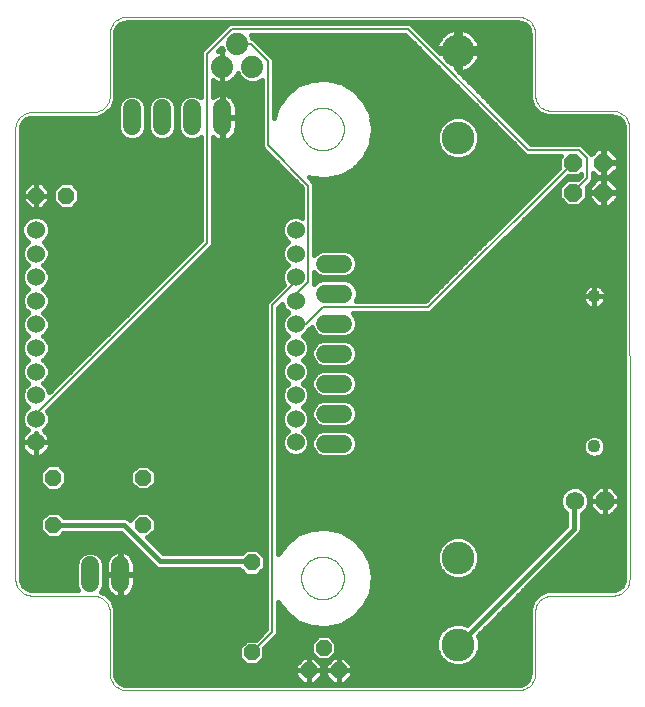
<source format=gbl>
G75*
%MOIN*%
%OFA0B0*%
%FSLAX24Y24*%
%IPPOS*%
%LPD*%
%AMOC8*
5,1,8,0,0,1.08239X$1,22.5*
%
%ADD10C,0.0000*%
%ADD11C,0.0740*%
%ADD12OC8,0.0520*%
%ADD13C,0.1095*%
%ADD14OC8,0.0620*%
%ADD15C,0.0620*%
%ADD16C,0.0600*%
%ADD17C,0.0436*%
%ADD18OC8,0.0600*%
%ADD19C,0.0600*%
%ADD20C,0.0160*%
%ADD21R,0.0356X0.0356*%
%ADD22C,0.0157*%
%ADD23C,0.0079*%
D10*
X003547Y002773D02*
X003545Y002819D01*
X003539Y002865D01*
X003530Y002910D01*
X003517Y002954D01*
X003500Y002997D01*
X003480Y003038D01*
X003456Y003078D01*
X003430Y003115D01*
X003400Y003150D01*
X003367Y003183D01*
X003332Y003213D01*
X003295Y003239D01*
X003255Y003263D01*
X003214Y003283D01*
X003171Y003300D01*
X003127Y003313D01*
X003082Y003322D01*
X003036Y003328D01*
X002990Y003330D01*
X000954Y003330D01*
X000954Y003329D02*
X000908Y003331D01*
X000862Y003337D01*
X000817Y003346D01*
X000773Y003359D01*
X000730Y003376D01*
X000689Y003396D01*
X000649Y003420D01*
X000612Y003446D01*
X000577Y003476D01*
X000544Y003509D01*
X000514Y003544D01*
X000488Y003581D01*
X000464Y003621D01*
X000444Y003662D01*
X000427Y003705D01*
X000414Y003749D01*
X000405Y003794D01*
X000399Y003840D01*
X000397Y003886D01*
X000397Y018907D01*
X000398Y018907D02*
X000400Y018952D01*
X000405Y018996D01*
X000415Y019040D01*
X000427Y019082D01*
X000443Y019124D01*
X000463Y019164D01*
X000486Y019202D01*
X000512Y019239D01*
X000541Y019273D01*
X000572Y019304D01*
X000606Y019333D01*
X000643Y019359D01*
X000681Y019382D01*
X000721Y019402D01*
X000763Y019418D01*
X000805Y019430D01*
X000849Y019440D01*
X000893Y019445D01*
X000938Y019447D01*
X000938Y019448D02*
X002973Y019448D01*
X002973Y019447D02*
X003018Y019449D01*
X003063Y019454D01*
X003107Y019463D01*
X003150Y019475D01*
X003193Y019491D01*
X003234Y019510D01*
X003273Y019532D01*
X003310Y019557D01*
X003346Y019585D01*
X003379Y019615D01*
X003409Y019648D01*
X003437Y019684D01*
X003462Y019721D01*
X003484Y019760D01*
X003503Y019801D01*
X003519Y019844D01*
X003531Y019887D01*
X003540Y019931D01*
X003545Y019976D01*
X003547Y020021D01*
X003547Y022064D01*
X003549Y022110D01*
X003555Y022156D01*
X003564Y022201D01*
X003577Y022245D01*
X003594Y022288D01*
X003614Y022329D01*
X003638Y022369D01*
X003664Y022406D01*
X003694Y022441D01*
X003727Y022474D01*
X003762Y022504D01*
X003799Y022530D01*
X003839Y022554D01*
X003880Y022574D01*
X003923Y022591D01*
X003967Y022604D01*
X004012Y022613D01*
X004058Y022619D01*
X004104Y022621D01*
X017164Y022621D01*
X017210Y022619D01*
X017256Y022613D01*
X017301Y022604D01*
X017345Y022591D01*
X017388Y022574D01*
X017429Y022554D01*
X017469Y022530D01*
X017506Y022504D01*
X017541Y022474D01*
X017574Y022441D01*
X017604Y022406D01*
X017630Y022369D01*
X017654Y022329D01*
X017674Y022288D01*
X017691Y022245D01*
X017704Y022201D01*
X017713Y022156D01*
X017719Y022110D01*
X017721Y022064D01*
X017720Y022064D02*
X017720Y020033D01*
X017722Y019988D01*
X017727Y019943D01*
X017737Y019899D01*
X017750Y019856D01*
X017766Y019814D01*
X017786Y019773D01*
X017809Y019734D01*
X017835Y019698D01*
X017864Y019663D01*
X017896Y019631D01*
X017931Y019602D01*
X017967Y019576D01*
X018006Y019553D01*
X018047Y019533D01*
X018089Y019517D01*
X018132Y019504D01*
X018176Y019494D01*
X018221Y019489D01*
X018266Y019487D01*
X020300Y019487D01*
X020299Y019487D02*
X020346Y019485D01*
X020392Y019479D01*
X020437Y019470D01*
X020482Y019456D01*
X020525Y019439D01*
X020567Y019419D01*
X020607Y019395D01*
X020645Y019368D01*
X020680Y019338D01*
X020713Y019305D01*
X020743Y019270D01*
X020770Y019232D01*
X020794Y019192D01*
X020815Y019150D01*
X020832Y019107D01*
X020845Y019062D01*
X020854Y019017D01*
X020860Y018970D01*
X020862Y018924D01*
X020870Y003888D01*
X020870Y003887D02*
X020868Y003841D01*
X020863Y003795D01*
X020853Y003750D01*
X020840Y003706D01*
X020823Y003663D01*
X020803Y003622D01*
X020780Y003582D01*
X020753Y003544D01*
X020723Y003509D01*
X020691Y003477D01*
X020656Y003447D01*
X020618Y003420D01*
X020578Y003396D01*
X020537Y003376D01*
X020494Y003359D01*
X020450Y003346D01*
X020405Y003337D01*
X020359Y003331D01*
X020313Y003329D01*
X020313Y003330D02*
X018277Y003330D01*
X018231Y003328D01*
X018185Y003322D01*
X018140Y003313D01*
X018096Y003300D01*
X018053Y003283D01*
X018012Y003263D01*
X017972Y003239D01*
X017935Y003213D01*
X017900Y003183D01*
X017867Y003150D01*
X017837Y003115D01*
X017811Y003078D01*
X017787Y003038D01*
X017767Y002997D01*
X017750Y002954D01*
X017737Y002910D01*
X017728Y002865D01*
X017722Y002819D01*
X017720Y002773D01*
X017720Y000737D01*
X017721Y000737D02*
X017719Y000691D01*
X017713Y000645D01*
X017704Y000600D01*
X017691Y000556D01*
X017674Y000513D01*
X017654Y000472D01*
X017630Y000432D01*
X017604Y000395D01*
X017574Y000360D01*
X017541Y000327D01*
X017506Y000297D01*
X017469Y000271D01*
X017429Y000247D01*
X017388Y000227D01*
X017345Y000210D01*
X017301Y000197D01*
X017256Y000188D01*
X017210Y000182D01*
X017164Y000180D01*
X004104Y000180D01*
X004058Y000182D01*
X004012Y000188D01*
X003967Y000197D01*
X003923Y000210D01*
X003880Y000227D01*
X003839Y000247D01*
X003799Y000271D01*
X003762Y000297D01*
X003727Y000327D01*
X003694Y000360D01*
X003664Y000395D01*
X003638Y000432D01*
X003614Y000472D01*
X003594Y000513D01*
X003577Y000556D01*
X003564Y000600D01*
X003555Y000645D01*
X003549Y000691D01*
X003547Y000737D01*
X003547Y002773D01*
X009925Y003920D02*
X009927Y003973D01*
X009933Y004026D01*
X009943Y004078D01*
X009956Y004129D01*
X009974Y004179D01*
X009995Y004228D01*
X010020Y004275D01*
X010048Y004319D01*
X010080Y004362D01*
X010114Y004402D01*
X010152Y004440D01*
X010192Y004474D01*
X010235Y004506D01*
X010280Y004534D01*
X010326Y004559D01*
X010375Y004580D01*
X010425Y004598D01*
X010476Y004611D01*
X010528Y004621D01*
X010581Y004627D01*
X010634Y004629D01*
X010687Y004627D01*
X010740Y004621D01*
X010792Y004611D01*
X010843Y004598D01*
X010893Y004580D01*
X010942Y004559D01*
X010989Y004534D01*
X011033Y004506D01*
X011076Y004474D01*
X011116Y004440D01*
X011154Y004402D01*
X011188Y004362D01*
X011220Y004319D01*
X011248Y004274D01*
X011273Y004228D01*
X011294Y004179D01*
X011312Y004129D01*
X011325Y004078D01*
X011335Y004026D01*
X011341Y003973D01*
X011343Y003920D01*
X011341Y003867D01*
X011335Y003814D01*
X011325Y003762D01*
X011312Y003711D01*
X011294Y003661D01*
X011273Y003612D01*
X011248Y003565D01*
X011220Y003521D01*
X011188Y003478D01*
X011154Y003438D01*
X011116Y003400D01*
X011076Y003366D01*
X011033Y003334D01*
X010988Y003306D01*
X010942Y003281D01*
X010893Y003260D01*
X010843Y003242D01*
X010792Y003229D01*
X010740Y003219D01*
X010687Y003213D01*
X010634Y003211D01*
X010581Y003213D01*
X010528Y003219D01*
X010476Y003229D01*
X010425Y003242D01*
X010375Y003260D01*
X010326Y003281D01*
X010279Y003306D01*
X010235Y003334D01*
X010192Y003366D01*
X010152Y003400D01*
X010114Y003438D01*
X010080Y003478D01*
X010048Y003521D01*
X010020Y003566D01*
X009995Y003612D01*
X009974Y003661D01*
X009956Y003711D01*
X009943Y003762D01*
X009933Y003814D01*
X009927Y003867D01*
X009925Y003920D01*
X009925Y018881D02*
X009927Y018934D01*
X009933Y018987D01*
X009943Y019039D01*
X009956Y019090D01*
X009974Y019140D01*
X009995Y019189D01*
X010020Y019236D01*
X010048Y019280D01*
X010080Y019323D01*
X010114Y019363D01*
X010152Y019401D01*
X010192Y019435D01*
X010235Y019467D01*
X010280Y019495D01*
X010326Y019520D01*
X010375Y019541D01*
X010425Y019559D01*
X010476Y019572D01*
X010528Y019582D01*
X010581Y019588D01*
X010634Y019590D01*
X010687Y019588D01*
X010740Y019582D01*
X010792Y019572D01*
X010843Y019559D01*
X010893Y019541D01*
X010942Y019520D01*
X010989Y019495D01*
X011033Y019467D01*
X011076Y019435D01*
X011116Y019401D01*
X011154Y019363D01*
X011188Y019323D01*
X011220Y019280D01*
X011248Y019235D01*
X011273Y019189D01*
X011294Y019140D01*
X011312Y019090D01*
X011325Y019039D01*
X011335Y018987D01*
X011341Y018934D01*
X011343Y018881D01*
X011341Y018828D01*
X011335Y018775D01*
X011325Y018723D01*
X011312Y018672D01*
X011294Y018622D01*
X011273Y018573D01*
X011248Y018526D01*
X011220Y018482D01*
X011188Y018439D01*
X011154Y018399D01*
X011116Y018361D01*
X011076Y018327D01*
X011033Y018295D01*
X010988Y018267D01*
X010942Y018242D01*
X010893Y018221D01*
X010843Y018203D01*
X010792Y018190D01*
X010740Y018180D01*
X010687Y018174D01*
X010634Y018172D01*
X010581Y018174D01*
X010528Y018180D01*
X010476Y018190D01*
X010425Y018203D01*
X010375Y018221D01*
X010326Y018242D01*
X010279Y018267D01*
X010235Y018295D01*
X010192Y018327D01*
X010152Y018361D01*
X010114Y018399D01*
X010080Y018439D01*
X010048Y018482D01*
X010020Y018527D01*
X009995Y018573D01*
X009974Y018622D01*
X009956Y018672D01*
X009943Y018723D01*
X009933Y018775D01*
X009927Y018828D01*
X009925Y018881D01*
D11*
X008301Y020960D03*
X007801Y021710D03*
X007301Y020960D03*
D12*
X002094Y016664D03*
X001094Y016664D03*
X001653Y007267D03*
X001653Y005692D03*
X004653Y005692D03*
X004653Y007267D03*
X008271Y004436D03*
X008271Y001436D03*
X010173Y000841D03*
X010673Y001591D03*
X011173Y000841D03*
D13*
X015149Y001701D03*
X015149Y004601D03*
X015149Y018601D03*
X015149Y021501D03*
D14*
X020039Y006487D03*
D15*
X019039Y006487D03*
D16*
X009736Y008436D03*
X009736Y009223D03*
X009736Y010011D03*
X009736Y010798D03*
X009736Y011586D03*
X009736Y012373D03*
X009736Y013160D03*
X009736Y013948D03*
X009736Y014735D03*
X009736Y015523D03*
X001075Y015523D03*
X001075Y014735D03*
X001075Y013948D03*
X001075Y013160D03*
X001075Y012373D03*
X001075Y011586D03*
X001075Y010798D03*
X001075Y010011D03*
X001075Y009223D03*
X001075Y008436D03*
D17*
X019689Y008310D03*
X019689Y013310D03*
D18*
X019992Y016767D03*
X019992Y017767D03*
X018992Y017767D03*
X018992Y016767D03*
D19*
X011327Y014400D02*
X010727Y014400D01*
X010727Y013400D02*
X011327Y013400D01*
X011327Y012400D02*
X010727Y012400D01*
X010727Y011400D02*
X011327Y011400D01*
X011327Y010400D02*
X010727Y010400D01*
X010727Y009400D02*
X011327Y009400D01*
X011327Y008400D02*
X010727Y008400D01*
X003890Y004338D02*
X003890Y003738D01*
X002890Y003738D02*
X002890Y004338D01*
X004291Y018974D02*
X004291Y019574D01*
X005291Y019574D02*
X005291Y018974D01*
X006291Y018974D02*
X006291Y019574D01*
X007291Y019574D02*
X007291Y018974D01*
D20*
X007271Y019042D02*
X007311Y019042D01*
X007311Y019200D02*
X007271Y019200D01*
X007271Y019254D02*
X007311Y019254D01*
X007311Y018494D01*
X007329Y018494D01*
X007404Y018506D01*
X007475Y018530D01*
X007543Y018564D01*
X007604Y018608D01*
X007657Y018662D01*
X007702Y018723D01*
X007736Y018790D01*
X007759Y018862D01*
X007771Y018937D01*
X007771Y019254D01*
X007311Y019254D01*
X007311Y019294D01*
X007771Y019294D01*
X007771Y019612D01*
X007759Y019687D01*
X007736Y019759D01*
X007702Y019826D01*
X007657Y019887D01*
X007604Y019941D01*
X007543Y019985D01*
X007475Y020019D01*
X007404Y020043D01*
X007329Y020054D01*
X007311Y020054D01*
X007311Y019294D01*
X007271Y019294D01*
X007271Y020054D01*
X007253Y020054D01*
X007179Y020043D01*
X007107Y020019D01*
X007040Y019985D01*
X006978Y019941D01*
X006975Y019938D01*
X006975Y020516D01*
X007013Y020489D01*
X007090Y020450D01*
X007172Y020423D01*
X007258Y020410D01*
X007301Y020410D01*
X007344Y020410D01*
X007430Y020423D01*
X007512Y020450D01*
X007589Y020489D01*
X007659Y020540D01*
X007721Y020601D01*
X007771Y020671D01*
X007811Y020748D01*
X007812Y020753D01*
X007851Y020659D01*
X008000Y020510D01*
X008195Y020429D01*
X008407Y020429D01*
X008602Y020510D01*
X008608Y020516D01*
X008608Y018274D01*
X008726Y018157D01*
X009964Y016919D01*
X009964Y015927D01*
X009828Y015983D01*
X009644Y015983D01*
X009475Y015913D01*
X009345Y015783D01*
X009275Y015614D01*
X009275Y015431D01*
X009345Y015262D01*
X009475Y015132D01*
X009483Y015129D01*
X009475Y015126D01*
X009345Y014996D01*
X009275Y014827D01*
X009275Y014643D01*
X009345Y014474D01*
X009475Y014345D01*
X009483Y014341D01*
X009475Y014338D01*
X009345Y014209D01*
X009275Y014039D01*
X009275Y013856D01*
X009345Y013687D01*
X009351Y013681D01*
X008885Y013216D01*
X008768Y013099D01*
X008768Y002216D01*
X008408Y001857D01*
X008097Y001857D01*
X007851Y001610D01*
X007851Y001262D01*
X008097Y001015D01*
X008446Y001015D01*
X008692Y001262D01*
X008692Y001575D01*
X009168Y002050D01*
X009168Y003121D01*
X009402Y002777D01*
X009402Y002777D01*
X009402Y002777D01*
X009794Y002465D01*
X010260Y002282D01*
X010759Y002245D01*
X011247Y002356D01*
X011247Y002356D01*
X011681Y002607D01*
X012022Y002974D01*
X012239Y003425D01*
X012314Y003920D01*
X012314Y003920D01*
X012239Y004415D01*
X012022Y004867D01*
X011681Y005234D01*
X011247Y005484D01*
X010759Y005595D01*
X010260Y005558D01*
X010260Y005558D01*
X009794Y005375D01*
X009794Y005375D01*
X009402Y005063D01*
X009402Y005063D01*
X009402Y005063D01*
X009168Y004719D01*
X009168Y012933D01*
X009284Y013049D01*
X009345Y012899D01*
X009475Y012770D01*
X009483Y012767D01*
X009475Y012763D01*
X009345Y012634D01*
X009275Y012465D01*
X009275Y012281D01*
X009345Y012112D01*
X009475Y011982D01*
X009483Y011979D01*
X009475Y011976D01*
X009345Y011846D01*
X009275Y011677D01*
X009275Y011494D01*
X009345Y011325D01*
X009475Y011195D01*
X009483Y011192D01*
X009475Y011189D01*
X009345Y011059D01*
X009275Y010890D01*
X009275Y010706D01*
X009345Y010537D01*
X009475Y010408D01*
X009483Y010404D01*
X009475Y010401D01*
X009345Y010272D01*
X009275Y010102D01*
X009275Y009919D01*
X009345Y009750D01*
X009475Y009620D01*
X009483Y009617D01*
X009475Y009614D01*
X009345Y009484D01*
X009275Y009315D01*
X009275Y009132D01*
X009345Y008962D01*
X009475Y008833D01*
X009483Y008830D01*
X009475Y008826D01*
X009345Y008697D01*
X009275Y008528D01*
X009275Y008344D01*
X009345Y008175D01*
X009475Y008045D01*
X009644Y007975D01*
X009828Y007975D01*
X009997Y008045D01*
X010127Y008175D01*
X010197Y008344D01*
X010197Y008528D01*
X010127Y008697D01*
X009997Y008826D01*
X009989Y008830D01*
X009997Y008833D01*
X010127Y008962D01*
X010197Y009132D01*
X010197Y009315D01*
X010127Y009484D01*
X009997Y009614D01*
X009989Y009617D01*
X009997Y009620D01*
X010127Y009750D01*
X010197Y009919D01*
X010197Y010102D01*
X010127Y010272D01*
X009997Y010401D01*
X009989Y010404D01*
X009997Y010408D01*
X010127Y010537D01*
X010197Y010706D01*
X010197Y010890D01*
X010127Y011059D01*
X009997Y011189D01*
X009989Y011192D01*
X009997Y011195D01*
X010127Y011325D01*
X010197Y011494D01*
X010197Y011677D01*
X010127Y011846D01*
X009997Y011976D01*
X009989Y011979D01*
X009997Y011982D01*
X010127Y012112D01*
X010154Y012178D01*
X010167Y012178D01*
X010276Y012287D01*
X010337Y012140D01*
X010466Y012010D01*
X010636Y011940D01*
X011419Y011940D01*
X011588Y012010D01*
X011718Y012140D01*
X011788Y012309D01*
X011788Y012492D01*
X011718Y012661D01*
X011644Y012736D01*
X014233Y012736D01*
X018803Y017306D01*
X019183Y017306D01*
X019252Y017375D01*
X019252Y017324D01*
X019155Y017227D01*
X018801Y017227D01*
X018531Y016957D01*
X018531Y016576D01*
X018801Y016306D01*
X019183Y016306D01*
X019453Y016576D01*
X019453Y016957D01*
X019452Y016958D01*
X019652Y017158D01*
X019652Y017428D01*
X019793Y017287D01*
X019972Y017287D01*
X019972Y017747D01*
X020012Y017747D01*
X020012Y017787D01*
X019972Y017787D01*
X019972Y018247D01*
X019793Y018247D01*
X019600Y018053D01*
X019534Y018119D01*
X019255Y018398D01*
X017581Y018398D01*
X015069Y020910D01*
X015069Y021421D01*
X014558Y021421D01*
X013555Y022424D01*
X007530Y022424D01*
X007412Y022307D01*
X006575Y021470D01*
X006575Y019942D01*
X006552Y019965D01*
X006383Y020035D01*
X006200Y020035D01*
X006030Y019965D01*
X005901Y019835D01*
X005830Y019666D01*
X005830Y018883D01*
X005752Y018883D01*
X005752Y019666D01*
X005682Y019835D01*
X005552Y019965D01*
X005383Y020035D01*
X005200Y020035D01*
X005030Y019965D01*
X004901Y019835D01*
X004830Y019666D01*
X004830Y018883D01*
X004752Y018883D01*
X004752Y019666D01*
X004682Y019835D01*
X004552Y019965D01*
X004383Y020035D01*
X004200Y020035D01*
X004030Y019965D01*
X003901Y019835D01*
X003830Y019666D01*
X003830Y018883D01*
X000577Y018883D01*
X000577Y018907D02*
X000584Y018978D01*
X000638Y019108D01*
X000738Y019207D01*
X000867Y019261D01*
X000938Y019268D01*
X003123Y019268D01*
X003400Y019382D01*
X003400Y019382D01*
X003489Y019471D01*
X003547Y019471D01*
X003547Y019529D01*
X003612Y019594D01*
X003612Y019594D01*
X003727Y019872D01*
X003727Y022064D01*
X003734Y022138D01*
X003791Y022273D01*
X003895Y022377D01*
X004030Y022434D01*
X004104Y022441D01*
X017164Y022441D01*
X017237Y022434D01*
X017373Y022377D01*
X017477Y022273D01*
X017533Y022138D01*
X017540Y022064D01*
X017540Y019888D01*
X017651Y019622D01*
X017720Y019552D01*
X017720Y019471D01*
X017801Y019471D01*
X017855Y019418D01*
X018122Y019307D01*
X020300Y019307D01*
X020374Y019300D01*
X020512Y019242D01*
X020618Y019137D01*
X020675Y018999D01*
X020682Y018924D01*
X020682Y018923D01*
X020682Y018850D01*
X020682Y018850D01*
X020690Y003962D01*
X020689Y003962D01*
X020690Y003887D01*
X020683Y003814D01*
X020626Y003677D01*
X020522Y003573D01*
X020386Y003517D01*
X020313Y003510D01*
X018131Y003510D01*
X017860Y003397D01*
X017792Y003330D01*
X017720Y003330D01*
X017720Y003258D01*
X017652Y003190D01*
X017540Y002919D01*
X017540Y000737D01*
X017533Y000663D01*
X017477Y000527D01*
X017373Y000423D01*
X017237Y000367D01*
X017164Y000360D01*
X004104Y000360D01*
X004030Y000367D01*
X003895Y000423D01*
X003791Y000527D01*
X003734Y000663D01*
X003727Y000737D01*
X003727Y002919D01*
X003615Y003190D01*
X003615Y003190D01*
X003547Y003258D01*
X003547Y003330D01*
X003475Y003330D01*
X003408Y003397D01*
X003408Y003397D01*
X003261Y003458D01*
X003280Y003477D01*
X003350Y003647D01*
X003350Y004430D01*
X003280Y004599D01*
X003151Y004729D01*
X002981Y004799D01*
X002798Y004799D01*
X002629Y004729D01*
X002499Y004599D01*
X002429Y004430D01*
X002429Y003647D01*
X002486Y003510D01*
X000954Y003510D01*
X000881Y003517D01*
X000745Y003573D01*
X000641Y003677D01*
X000585Y003813D01*
X000577Y003886D01*
X000577Y018907D01*
X000611Y019042D02*
X003830Y019042D01*
X003830Y019200D02*
X000731Y019200D01*
X000577Y018725D02*
X003896Y018725D01*
X003901Y018714D02*
X004030Y018584D01*
X004200Y018514D01*
X004383Y018514D01*
X004552Y018584D01*
X004682Y018714D01*
X004752Y018883D01*
X004830Y018883D02*
X004901Y018714D01*
X005030Y018584D01*
X005200Y018514D01*
X005383Y018514D01*
X005552Y018584D01*
X005682Y018714D01*
X005752Y018883D01*
X005830Y018883D02*
X005901Y018714D01*
X006030Y018584D01*
X006200Y018514D01*
X006383Y018514D01*
X006552Y018584D01*
X006575Y018607D01*
X006575Y015171D01*
X001527Y010123D01*
X001465Y010272D01*
X001336Y010401D01*
X001328Y010404D01*
X001336Y010408D01*
X001465Y010537D01*
X001535Y010706D01*
X001535Y010890D01*
X001465Y011059D01*
X001336Y011189D01*
X001328Y011192D01*
X001336Y011195D01*
X001465Y011325D01*
X001535Y011494D01*
X001535Y011677D01*
X001465Y011846D01*
X001336Y011976D01*
X001328Y011979D01*
X001336Y011982D01*
X001465Y012112D01*
X001535Y012281D01*
X001535Y012465D01*
X001465Y012634D01*
X001336Y012763D01*
X001328Y012767D01*
X001336Y012770D01*
X001465Y012899D01*
X001535Y013069D01*
X001535Y013252D01*
X001465Y013421D01*
X001336Y013551D01*
X001328Y013554D01*
X001336Y013557D01*
X001465Y013687D01*
X001535Y013856D01*
X001535Y014039D01*
X001465Y014209D01*
X001336Y014338D01*
X001328Y014341D01*
X001336Y014345D01*
X001465Y014474D01*
X001535Y014643D01*
X001535Y014827D01*
X001465Y014996D01*
X001345Y015117D01*
X001346Y015117D01*
X001480Y015252D01*
X001553Y015427D01*
X001553Y015618D01*
X001480Y015794D01*
X001346Y015928D01*
X001170Y016001D01*
X000979Y016001D01*
X000804Y015928D01*
X000669Y015794D01*
X000596Y015618D01*
X000596Y015427D01*
X000669Y015252D01*
X000804Y015117D01*
X000805Y015117D01*
X000684Y014996D01*
X000614Y014827D01*
X000614Y014643D01*
X000684Y014474D01*
X000814Y014345D01*
X000821Y014341D01*
X000814Y014338D01*
X000684Y014209D01*
X000614Y014039D01*
X000614Y013856D01*
X000684Y013687D01*
X000814Y013557D01*
X000821Y013554D01*
X000814Y013551D01*
X000684Y013421D01*
X000614Y013252D01*
X000614Y013069D01*
X000684Y012899D01*
X000814Y012770D01*
X000821Y012767D01*
X000814Y012763D01*
X000684Y012634D01*
X000614Y012465D01*
X000614Y012281D01*
X000684Y012112D01*
X000814Y011982D01*
X000821Y011979D01*
X000814Y011976D01*
X000684Y011846D01*
X000614Y011677D01*
X000614Y011494D01*
X000684Y011325D01*
X000814Y011195D01*
X000821Y011192D01*
X000814Y011189D01*
X000684Y011059D01*
X000614Y010890D01*
X000614Y010706D01*
X000684Y010537D01*
X000814Y010408D01*
X000821Y010404D01*
X000814Y010401D01*
X000684Y010272D01*
X000614Y010102D01*
X000614Y009919D01*
X000684Y009750D01*
X000814Y009620D01*
X000821Y009617D01*
X000814Y009614D01*
X000684Y009484D01*
X000614Y009315D01*
X000614Y009132D01*
X000684Y008962D01*
X000810Y008837D01*
X000762Y008802D01*
X000709Y008749D01*
X000664Y008687D01*
X000630Y008620D01*
X000606Y008548D01*
X000595Y008474D01*
X000595Y008436D01*
X001075Y008436D01*
X001555Y008436D01*
X001555Y008474D01*
X001543Y008548D01*
X001519Y008620D01*
X001485Y008687D01*
X001441Y008749D01*
X001387Y008802D01*
X001340Y008837D01*
X001465Y008962D01*
X001535Y009132D01*
X001535Y009315D01*
X001465Y009484D01*
X001460Y009490D01*
X006858Y014888D01*
X006975Y015006D01*
X006975Y018611D01*
X006978Y018608D01*
X007040Y018564D01*
X007107Y018530D01*
X007179Y018506D01*
X007253Y018494D01*
X007271Y018494D01*
X007271Y019254D01*
X007271Y019359D02*
X007311Y019359D01*
X007311Y019517D02*
X007271Y019517D01*
X007271Y019676D02*
X007311Y019676D01*
X007311Y019834D02*
X007271Y019834D01*
X007271Y019993D02*
X007311Y019993D01*
X007528Y019993D02*
X008608Y019993D01*
X008608Y020151D02*
X006975Y020151D01*
X006975Y019993D02*
X007054Y019993D01*
X006975Y020310D02*
X008608Y020310D01*
X008608Y020468D02*
X008501Y020468D01*
X008101Y020468D02*
X007548Y020468D01*
X007301Y020468D02*
X007301Y020468D01*
X007301Y020410D02*
X007301Y020960D01*
X007301Y021510D01*
X007258Y021510D01*
X007172Y021496D01*
X007165Y021494D01*
X007272Y021600D01*
X007309Y021510D01*
X007301Y021510D01*
X007301Y020960D01*
X007301Y020960D01*
X007301Y020960D01*
X007301Y020410D01*
X007301Y020627D02*
X007301Y020627D01*
X007301Y020785D02*
X007301Y020785D01*
X007301Y020944D02*
X007301Y020944D01*
X007301Y021102D02*
X007301Y021102D01*
X007301Y021261D02*
X007301Y021261D01*
X007301Y021419D02*
X007301Y021419D01*
X007281Y021578D02*
X007249Y021578D01*
X007000Y021895D02*
X003727Y021895D01*
X003727Y022053D02*
X007159Y022053D01*
X007317Y022212D02*
X003765Y022212D01*
X003887Y022370D02*
X007476Y022370D01*
X008237Y022024D02*
X013389Y022024D01*
X017298Y018115D01*
X017415Y017998D01*
X018571Y017998D01*
X018531Y017957D01*
X018531Y017600D01*
X014067Y013136D01*
X011736Y013136D01*
X011806Y013305D01*
X011806Y013496D01*
X011733Y013671D01*
X011598Y013806D01*
X011423Y013879D01*
X010632Y013879D01*
X010456Y013806D01*
X010364Y013713D01*
X010364Y014113D01*
X010466Y014010D01*
X010636Y013940D01*
X011419Y013940D01*
X011588Y014010D01*
X011718Y014140D01*
X011788Y014309D01*
X011788Y014492D01*
X011718Y014661D01*
X011588Y014791D01*
X011419Y014861D01*
X010636Y014861D01*
X010466Y014791D01*
X010364Y014688D01*
X010364Y017085D01*
X010171Y017278D01*
X010260Y017243D01*
X010759Y017205D01*
X011247Y017317D01*
X011247Y017317D01*
X011681Y017567D01*
X012022Y017934D01*
X012022Y017934D01*
X012239Y018386D01*
X012314Y018881D01*
X012239Y019376D01*
X012022Y019827D01*
X011681Y020194D01*
X011247Y020445D01*
X010759Y020556D01*
X010260Y020519D01*
X009794Y020336D01*
X009794Y020336D01*
X009402Y020023D01*
X009120Y019610D01*
X009120Y019610D01*
X009008Y019248D01*
X009008Y021230D01*
X008450Y021788D01*
X008333Y021906D01*
X008294Y021906D01*
X008251Y022010D01*
X008237Y022024D01*
X008344Y021895D02*
X013519Y021895D01*
X013677Y021736D02*
X008503Y021736D01*
X008661Y021578D02*
X013836Y021578D01*
X013994Y021419D02*
X008820Y021419D01*
X008978Y021261D02*
X014153Y021261D01*
X014311Y021102D02*
X009008Y021102D01*
X009008Y020944D02*
X014470Y020944D01*
X014628Y020785D02*
X009008Y020785D01*
X009008Y020627D02*
X014787Y020627D01*
X014945Y020468D02*
X011145Y020468D01*
X011247Y020445D02*
X011247Y020445D01*
X011481Y020310D02*
X015104Y020310D01*
X015262Y020151D02*
X011721Y020151D01*
X011681Y020194D02*
X011681Y020194D01*
X011868Y019993D02*
X015421Y019993D01*
X015579Y019834D02*
X012015Y019834D01*
X012022Y019827D02*
X012022Y019827D01*
X012095Y019676D02*
X015738Y019676D01*
X015896Y019517D02*
X012171Y019517D01*
X012239Y019376D02*
X012239Y019376D01*
X012242Y019359D02*
X016055Y019359D01*
X016213Y019200D02*
X015552Y019200D01*
X015551Y019202D02*
X015290Y019309D01*
X015009Y019309D01*
X014748Y019202D01*
X014549Y019002D01*
X014441Y018742D01*
X014441Y018460D01*
X014549Y018200D01*
X014748Y018001D01*
X015009Y017893D01*
X015290Y017893D01*
X015551Y018001D01*
X015750Y018200D01*
X015858Y018460D01*
X015858Y018742D01*
X015750Y019002D01*
X015551Y019202D01*
X015711Y019042D02*
X016372Y019042D01*
X016530Y018883D02*
X015799Y018883D01*
X015858Y018725D02*
X016689Y018725D01*
X016847Y018566D02*
X015858Y018566D01*
X015836Y018408D02*
X017006Y018408D01*
X017164Y018249D02*
X015770Y018249D01*
X015640Y018091D02*
X017323Y018091D01*
X017571Y018408D02*
X020683Y018408D01*
X020682Y018566D02*
X017413Y018566D01*
X017254Y018725D02*
X020682Y018725D01*
X020682Y018883D02*
X017096Y018883D01*
X016937Y019042D02*
X020657Y019042D01*
X020555Y019200D02*
X016779Y019200D01*
X016620Y019359D02*
X017997Y019359D01*
X017720Y019517D02*
X016462Y019517D01*
X016303Y019676D02*
X017629Y019676D01*
X017651Y019622D02*
X017651Y019622D01*
X017563Y019834D02*
X016145Y019834D01*
X015986Y019993D02*
X017540Y019993D01*
X017540Y020151D02*
X015828Y020151D01*
X015669Y020310D02*
X017540Y020310D01*
X017540Y020468D02*
X015511Y020468D01*
X015352Y020627D02*
X017540Y020627D01*
X017540Y020785D02*
X015283Y020785D01*
X015292Y020786D02*
X015384Y020811D01*
X015472Y020847D01*
X015554Y020895D01*
X015630Y020953D01*
X015698Y021021D01*
X015756Y021096D01*
X015803Y021179D01*
X015840Y021267D01*
X015864Y021359D01*
X015873Y021421D01*
X015229Y021421D01*
X015229Y020778D01*
X015292Y020786D01*
X015229Y020785D02*
X015194Y020785D01*
X015229Y020944D02*
X015069Y020944D01*
X015069Y021102D02*
X015229Y021102D01*
X015229Y021261D02*
X015069Y021261D01*
X015069Y021419D02*
X015229Y021419D01*
X015229Y021421D02*
X015069Y021421D01*
X015069Y021581D01*
X014426Y021581D01*
X014434Y021643D01*
X014459Y021736D01*
X014243Y021736D01*
X014459Y021736D02*
X014496Y021824D01*
X014543Y021906D01*
X014601Y021982D01*
X014669Y022049D01*
X014744Y022107D01*
X014827Y022155D01*
X014915Y022192D01*
X015007Y022216D01*
X015069Y022225D01*
X015069Y021581D01*
X015229Y021581D01*
X015229Y022225D01*
X015292Y022216D01*
X015384Y022192D01*
X015472Y022155D01*
X015554Y022107D01*
X015630Y022049D01*
X015698Y021982D01*
X015756Y021906D01*
X015803Y021824D01*
X015840Y021736D01*
X017540Y021736D01*
X017540Y021578D02*
X015229Y021578D01*
X015229Y021581D02*
X015873Y021581D01*
X015864Y021643D01*
X015840Y021736D01*
X015762Y021895D02*
X017540Y021895D01*
X017540Y022053D02*
X015625Y022053D01*
X015309Y022212D02*
X017502Y022212D01*
X017380Y022370D02*
X013609Y022370D01*
X013767Y022212D02*
X014989Y022212D01*
X015069Y022212D02*
X015229Y022212D01*
X015229Y022053D02*
X015069Y022053D01*
X015069Y021895D02*
X015229Y021895D01*
X015229Y021736D02*
X015069Y021736D01*
X015069Y021578D02*
X014401Y021578D01*
X014536Y021895D02*
X014084Y021895D01*
X013926Y022053D02*
X014673Y022053D01*
X015229Y021581D02*
X015229Y021421D01*
X015618Y020944D02*
X017540Y020944D01*
X017540Y021102D02*
X015759Y021102D01*
X015837Y021261D02*
X017540Y021261D01*
X017540Y021419D02*
X015872Y021419D01*
X014747Y019200D02*
X012266Y019200D01*
X012289Y019042D02*
X014588Y019042D01*
X014500Y018883D02*
X012313Y018883D01*
X012290Y018725D02*
X014441Y018725D01*
X014441Y018566D02*
X012266Y018566D01*
X012242Y018408D02*
X014463Y018408D01*
X014529Y018249D02*
X012173Y018249D01*
X012239Y018386D02*
X012239Y018386D01*
X012097Y018091D02*
X014659Y018091D01*
X014914Y017932D02*
X012020Y017932D01*
X011872Y017774D02*
X018531Y017774D01*
X018531Y017932D02*
X015384Y017932D01*
X017120Y016189D02*
X010364Y016189D01*
X010364Y016347D02*
X017278Y016347D01*
X017437Y016506D02*
X010364Y016506D01*
X010364Y016664D02*
X017595Y016664D01*
X017754Y016823D02*
X010364Y016823D01*
X010364Y016981D02*
X017912Y016981D01*
X018071Y017140D02*
X010309Y017140D01*
X009902Y016981D02*
X006975Y016981D01*
X006975Y016823D02*
X009964Y016823D01*
X009964Y016664D02*
X006975Y016664D01*
X006975Y016506D02*
X009964Y016506D01*
X009964Y016347D02*
X006975Y016347D01*
X006975Y016189D02*
X009964Y016189D01*
X009964Y016030D02*
X006975Y016030D01*
X006975Y015872D02*
X009434Y015872D01*
X009316Y015713D02*
X006975Y015713D01*
X006975Y015555D02*
X009275Y015555D01*
X009290Y015396D02*
X006975Y015396D01*
X006975Y015238D02*
X009370Y015238D01*
X009428Y015079D02*
X006975Y015079D01*
X006890Y014921D02*
X009314Y014921D01*
X009275Y014762D02*
X006732Y014762D01*
X006573Y014604D02*
X009292Y014604D01*
X009375Y014445D02*
X006415Y014445D01*
X006256Y014287D02*
X009423Y014287D01*
X009312Y014128D02*
X006098Y014128D01*
X005939Y013970D02*
X009275Y013970D01*
X009294Y013811D02*
X005781Y013811D01*
X005622Y013653D02*
X009322Y013653D01*
X009163Y013494D02*
X005464Y013494D01*
X005305Y013336D02*
X009005Y013336D01*
X008846Y013177D02*
X005147Y013177D01*
X004988Y013019D02*
X008768Y013019D01*
X008768Y012860D02*
X004830Y012860D01*
X004671Y012702D02*
X008768Y012702D01*
X008768Y012543D02*
X004513Y012543D01*
X004354Y012385D02*
X008768Y012385D01*
X008768Y012226D02*
X004196Y012226D01*
X004037Y012068D02*
X008768Y012068D01*
X008768Y011909D02*
X003879Y011909D01*
X003720Y011751D02*
X008768Y011751D01*
X008768Y011592D02*
X003562Y011592D01*
X003403Y011434D02*
X008768Y011434D01*
X008768Y011275D02*
X003245Y011275D01*
X003086Y011117D02*
X008768Y011117D01*
X008768Y010958D02*
X002928Y010958D01*
X002769Y010800D02*
X008768Y010800D01*
X008768Y010641D02*
X002611Y010641D01*
X002452Y010483D02*
X008768Y010483D01*
X008768Y010324D02*
X002294Y010324D01*
X002135Y010166D02*
X008768Y010166D01*
X008768Y010007D02*
X001977Y010007D01*
X001818Y009849D02*
X008768Y009849D01*
X008768Y009690D02*
X001660Y009690D01*
X001501Y009532D02*
X008768Y009532D01*
X008768Y009373D02*
X001511Y009373D01*
X001535Y009215D02*
X008768Y009215D01*
X008768Y009056D02*
X001504Y009056D01*
X001400Y008898D02*
X008768Y008898D01*
X008768Y008739D02*
X001448Y008739D01*
X001532Y008581D02*
X008768Y008581D01*
X008768Y008422D02*
X001555Y008422D01*
X001555Y008436D02*
X001075Y008436D01*
X001075Y008436D01*
X001075Y008763D01*
X001075Y008763D01*
X001075Y008436D01*
X001075Y008436D01*
X001075Y007956D01*
X001112Y007956D01*
X001187Y007968D01*
X001259Y007991D01*
X001326Y008025D01*
X001387Y008070D01*
X001441Y008123D01*
X001485Y008184D01*
X001519Y008252D01*
X001543Y008324D01*
X001555Y008398D01*
X001555Y008436D01*
X001523Y008264D02*
X008768Y008264D01*
X008768Y008105D02*
X001423Y008105D01*
X001075Y008105D02*
X001075Y008105D01*
X001075Y007956D02*
X001075Y008436D01*
X001075Y008436D01*
X001075Y008436D01*
X000595Y008436D01*
X000595Y008398D01*
X000606Y008324D01*
X000630Y008252D01*
X000664Y008184D01*
X000709Y008123D01*
X000762Y008070D01*
X000823Y008025D01*
X000890Y007991D01*
X000962Y007968D01*
X001037Y007956D01*
X001075Y007956D01*
X000727Y008105D02*
X000577Y008105D01*
X000577Y007947D02*
X008768Y007947D01*
X008768Y007788D02*
X000577Y007788D01*
X000577Y007630D02*
X001396Y007630D01*
X001472Y007705D02*
X001215Y007448D01*
X001215Y007085D01*
X001472Y006828D01*
X001835Y006828D01*
X002092Y007085D01*
X002092Y007448D01*
X001835Y007705D01*
X001472Y007705D01*
X001238Y007471D02*
X000577Y007471D01*
X000577Y007313D02*
X001215Y007313D01*
X001215Y007154D02*
X000577Y007154D01*
X000577Y006996D02*
X001304Y006996D01*
X001463Y006837D02*
X000577Y006837D01*
X000577Y006679D02*
X008768Y006679D01*
X008768Y006837D02*
X001844Y006837D01*
X002002Y006996D02*
X004330Y006996D01*
X004233Y007092D02*
X004479Y006846D01*
X004828Y006846D01*
X005074Y007092D01*
X005074Y007441D01*
X004828Y007687D01*
X004479Y007687D01*
X004233Y007441D01*
X004233Y007092D01*
X004233Y007154D02*
X002092Y007154D01*
X002092Y007313D02*
X004233Y007313D01*
X004263Y007471D02*
X002069Y007471D01*
X001910Y007630D02*
X004421Y007630D01*
X004885Y007630D02*
X008768Y007630D01*
X008768Y007471D02*
X005044Y007471D01*
X005074Y007313D02*
X008768Y007313D01*
X008768Y007154D02*
X005074Y007154D01*
X004977Y006996D02*
X008768Y006996D01*
X009168Y006996D02*
X020688Y006996D01*
X020688Y007154D02*
X009168Y007154D01*
X009168Y007313D02*
X020688Y007313D01*
X020688Y007471D02*
X009168Y007471D01*
X009168Y007630D02*
X020688Y007630D01*
X020688Y007788D02*
X009168Y007788D01*
X009168Y007947D02*
X010619Y007947D01*
X010636Y007940D02*
X010466Y008010D01*
X010337Y008140D01*
X010267Y008309D01*
X010267Y008492D01*
X010337Y008661D01*
X010466Y008791D01*
X010636Y008861D01*
X011419Y008861D01*
X011588Y008791D01*
X011718Y008661D01*
X011788Y008492D01*
X011788Y008309D01*
X011718Y008140D01*
X011588Y008010D01*
X011419Y007940D01*
X010636Y007940D01*
X010371Y008105D02*
X010057Y008105D01*
X010163Y008264D02*
X010285Y008264D01*
X010267Y008422D02*
X010197Y008422D01*
X010175Y008581D02*
X010303Y008581D01*
X010414Y008739D02*
X010084Y008739D01*
X010062Y008898D02*
X020687Y008898D01*
X020687Y009056D02*
X011634Y009056D01*
X011588Y009010D02*
X011718Y009140D01*
X011788Y009309D01*
X011788Y009492D01*
X011718Y009661D01*
X011588Y009791D01*
X011419Y009861D01*
X010636Y009861D01*
X010466Y009791D01*
X010337Y009661D01*
X010267Y009492D01*
X010267Y009309D01*
X010337Y009140D01*
X010466Y009010D01*
X010636Y008940D01*
X011419Y008940D01*
X011588Y009010D01*
X011749Y009215D02*
X020687Y009215D01*
X020687Y009373D02*
X011788Y009373D01*
X011772Y009532D02*
X020687Y009532D01*
X020687Y009690D02*
X011689Y009690D01*
X011450Y009849D02*
X020687Y009849D01*
X020687Y010007D02*
X011581Y010007D01*
X011588Y010010D02*
X011718Y010140D01*
X011788Y010309D01*
X011788Y010492D01*
X011718Y010661D01*
X011588Y010791D01*
X011419Y010861D01*
X010636Y010861D01*
X010466Y010791D01*
X010337Y010661D01*
X010267Y010492D01*
X010267Y010309D01*
X010337Y010140D01*
X010466Y010010D01*
X010636Y009940D01*
X011419Y009940D01*
X011588Y010010D01*
X011729Y010166D02*
X020687Y010166D01*
X020686Y010324D02*
X011788Y010324D01*
X011788Y010483D02*
X020686Y010483D01*
X020686Y010641D02*
X011726Y010641D01*
X011568Y010800D02*
X020686Y010800D01*
X020686Y010958D02*
X011463Y010958D01*
X011419Y010940D02*
X011588Y011010D01*
X011718Y011140D01*
X011788Y011309D01*
X011788Y011492D01*
X011718Y011661D01*
X011588Y011791D01*
X011419Y011861D01*
X010636Y011861D01*
X010466Y011791D01*
X010337Y011661D01*
X010267Y011492D01*
X010267Y011309D01*
X010337Y011140D01*
X010466Y011010D01*
X010636Y010940D01*
X011419Y010940D01*
X011695Y011117D02*
X020686Y011117D01*
X020686Y011275D02*
X011774Y011275D01*
X011788Y011434D02*
X020686Y011434D01*
X020686Y011592D02*
X011747Y011592D01*
X011629Y011751D02*
X020686Y011751D01*
X020686Y011909D02*
X010064Y011909D01*
X010082Y012068D02*
X010409Y012068D01*
X010301Y012226D02*
X010215Y012226D01*
X010166Y011751D02*
X010426Y011751D01*
X010308Y011592D02*
X010197Y011592D01*
X010172Y011434D02*
X010267Y011434D01*
X010281Y011275D02*
X010077Y011275D01*
X010069Y011117D02*
X010360Y011117D01*
X010168Y010958D02*
X010592Y010958D01*
X010487Y010800D02*
X010197Y010800D01*
X010170Y010641D02*
X010328Y010641D01*
X010267Y010483D02*
X010072Y010483D01*
X010074Y010324D02*
X010267Y010324D01*
X010326Y010166D02*
X010171Y010166D01*
X010197Y010007D02*
X010473Y010007D01*
X010605Y009849D02*
X010168Y009849D01*
X010067Y009690D02*
X010365Y009690D01*
X010283Y009532D02*
X010079Y009532D01*
X010173Y009373D02*
X010267Y009373D01*
X010306Y009215D02*
X010197Y009215D01*
X010165Y009056D02*
X010420Y009056D01*
X009410Y008898D02*
X009168Y008898D01*
X009168Y009056D02*
X009307Y009056D01*
X009275Y009215D02*
X009168Y009215D01*
X009168Y009373D02*
X009299Y009373D01*
X009393Y009532D02*
X009168Y009532D01*
X009168Y009690D02*
X009405Y009690D01*
X009305Y009849D02*
X009168Y009849D01*
X009168Y010007D02*
X009275Y010007D01*
X009302Y010166D02*
X009168Y010166D01*
X009168Y010324D02*
X009398Y010324D01*
X009400Y010483D02*
X009168Y010483D01*
X009168Y010641D02*
X009302Y010641D01*
X009275Y010800D02*
X009168Y010800D01*
X009168Y010958D02*
X009304Y010958D01*
X009403Y011117D02*
X009168Y011117D01*
X009168Y011275D02*
X009395Y011275D01*
X009300Y011434D02*
X009168Y011434D01*
X009168Y011592D02*
X009275Y011592D01*
X009306Y011751D02*
X009168Y011751D01*
X009168Y011909D02*
X009408Y011909D01*
X009390Y012068D02*
X009168Y012068D01*
X009168Y012226D02*
X009298Y012226D01*
X009275Y012385D02*
X009168Y012385D01*
X009168Y012543D02*
X009308Y012543D01*
X009413Y012702D02*
X009168Y012702D01*
X009168Y012860D02*
X009385Y012860D01*
X009296Y013019D02*
X009254Y013019D01*
X010364Y013811D02*
X010468Y013811D01*
X010564Y013970D02*
X010364Y013970D01*
X010364Y014762D02*
X010437Y014762D01*
X010364Y014921D02*
X015852Y014921D01*
X016010Y015079D02*
X010364Y015079D01*
X010364Y015238D02*
X016169Y015238D01*
X016327Y015396D02*
X010364Y015396D01*
X010364Y015555D02*
X016486Y015555D01*
X016644Y015713D02*
X010364Y015713D01*
X010364Y015872D02*
X016803Y015872D01*
X016961Y016030D02*
X010364Y016030D01*
X010759Y017205D02*
X010759Y017205D01*
X011165Y017298D02*
X018229Y017298D01*
X018388Y017457D02*
X011489Y017457D01*
X011681Y017567D02*
X011681Y017567D01*
X011725Y017615D02*
X018531Y017615D01*
X018795Y017298D02*
X019226Y017298D01*
X019475Y016981D02*
X019528Y016981D01*
X019512Y016965D02*
X019512Y016787D01*
X019972Y016787D01*
X019972Y017247D01*
X019793Y017247D01*
X019512Y016965D01*
X019512Y016823D02*
X019453Y016823D01*
X019512Y016747D02*
X019512Y016568D01*
X019793Y016287D01*
X019972Y016287D01*
X019972Y016747D01*
X019512Y016747D01*
X019512Y016664D02*
X019453Y016664D01*
X019382Y016506D02*
X019574Y016506D01*
X019733Y016347D02*
X019224Y016347D01*
X018760Y016347D02*
X017844Y016347D01*
X017685Y016189D02*
X020684Y016189D01*
X020684Y016347D02*
X020251Y016347D01*
X020191Y016287D02*
X020472Y016568D01*
X020472Y016747D01*
X020012Y016747D01*
X020012Y016787D01*
X019972Y016787D01*
X019972Y016747D01*
X020012Y016747D01*
X020012Y016287D01*
X020191Y016287D01*
X020012Y016347D02*
X019972Y016347D01*
X019972Y016506D02*
X020012Y016506D01*
X020012Y016664D02*
X019972Y016664D01*
X020012Y016787D02*
X020472Y016787D01*
X020472Y016965D01*
X020191Y017247D01*
X020012Y017247D01*
X020012Y016787D01*
X020012Y016823D02*
X019972Y016823D01*
X019972Y016981D02*
X020012Y016981D01*
X020012Y017140D02*
X019972Y017140D01*
X020012Y017287D02*
X020191Y017287D01*
X020472Y017568D01*
X020472Y017747D01*
X020012Y017747D01*
X020012Y017287D01*
X020012Y017298D02*
X019972Y017298D01*
X019972Y017457D02*
X020012Y017457D01*
X020012Y017615D02*
X019972Y017615D01*
X020012Y017774D02*
X020683Y017774D01*
X020683Y017932D02*
X020472Y017932D01*
X020472Y017965D02*
X020191Y018247D01*
X020012Y018247D01*
X020012Y017787D01*
X020472Y017787D01*
X020472Y017965D01*
X020347Y018091D02*
X020683Y018091D01*
X020683Y018249D02*
X019404Y018249D01*
X019563Y018091D02*
X019637Y018091D01*
X019972Y018091D02*
X020012Y018091D01*
X020012Y017932D02*
X019972Y017932D01*
X020472Y017615D02*
X020683Y017615D01*
X020683Y017457D02*
X020361Y017457D01*
X020202Y017298D02*
X020683Y017298D01*
X020683Y017140D02*
X020298Y017140D01*
X020456Y016981D02*
X020683Y016981D01*
X020683Y016823D02*
X020472Y016823D01*
X020472Y016664D02*
X020683Y016664D01*
X020683Y016506D02*
X020410Y016506D01*
X020684Y016030D02*
X017527Y016030D01*
X017368Y015872D02*
X020684Y015872D01*
X020684Y015713D02*
X017210Y015713D01*
X017051Y015555D02*
X020684Y015555D01*
X020684Y015396D02*
X016893Y015396D01*
X016734Y015238D02*
X020684Y015238D01*
X020684Y015079D02*
X016576Y015079D01*
X016417Y014921D02*
X020684Y014921D01*
X020684Y014762D02*
X016259Y014762D01*
X016100Y014604D02*
X020684Y014604D01*
X020684Y014445D02*
X015942Y014445D01*
X015783Y014287D02*
X020685Y014287D01*
X020685Y014128D02*
X015625Y014128D01*
X015466Y013970D02*
X020685Y013970D01*
X020685Y013811D02*
X015308Y013811D01*
X015149Y013653D02*
X019485Y013653D01*
X019500Y013663D02*
X019435Y013619D01*
X019380Y013564D01*
X019336Y013498D01*
X019306Y013426D01*
X019291Y013349D01*
X019291Y013310D01*
X019689Y013310D01*
X020087Y013310D01*
X020087Y013349D01*
X020072Y013426D01*
X020042Y013498D01*
X019998Y013564D01*
X019943Y013619D01*
X019877Y013663D01*
X019805Y013693D01*
X019728Y013708D01*
X019689Y013708D01*
X019689Y013310D01*
X019689Y013310D01*
X019689Y013310D01*
X020087Y013310D01*
X020087Y013271D01*
X020072Y013194D01*
X020042Y013121D01*
X019998Y013056D01*
X019943Y013001D01*
X019877Y012957D01*
X019805Y012927D01*
X019728Y012912D01*
X019689Y012912D01*
X019689Y013310D01*
X019689Y013310D01*
X019689Y013708D01*
X019650Y013708D01*
X019573Y013693D01*
X019500Y013663D01*
X019689Y013653D02*
X019689Y013653D01*
X019689Y013494D02*
X019689Y013494D01*
X019689Y013336D02*
X019689Y013336D01*
X019689Y013310D02*
X019689Y013310D01*
X019689Y012912D01*
X019650Y012912D01*
X019573Y012927D01*
X019500Y012957D01*
X019435Y013001D01*
X019380Y013056D01*
X019336Y013121D01*
X019306Y013194D01*
X019291Y013271D01*
X019291Y013310D01*
X019689Y013310D01*
X019689Y013177D02*
X019689Y013177D01*
X019689Y013019D02*
X019689Y013019D01*
X019960Y013019D02*
X020685Y013019D01*
X020685Y013177D02*
X020065Y013177D01*
X020087Y013336D02*
X020685Y013336D01*
X020685Y013494D02*
X020043Y013494D01*
X019893Y013653D02*
X020685Y013653D01*
X020685Y012860D02*
X014357Y012860D01*
X014515Y013019D02*
X019417Y013019D01*
X019313Y013177D02*
X014674Y013177D01*
X014832Y013336D02*
X019291Y013336D01*
X019334Y013494D02*
X014991Y013494D01*
X014742Y013811D02*
X011586Y013811D01*
X011491Y013970D02*
X014901Y013970D01*
X015059Y014128D02*
X011706Y014128D01*
X011779Y014287D02*
X015218Y014287D01*
X015376Y014445D02*
X011788Y014445D01*
X011742Y014604D02*
X015535Y014604D01*
X015693Y014762D02*
X011617Y014762D01*
X011741Y013653D02*
X014584Y013653D01*
X014425Y013494D02*
X011806Y013494D01*
X011806Y013336D02*
X014267Y013336D01*
X014108Y013177D02*
X011753Y013177D01*
X011678Y012702D02*
X020685Y012702D01*
X020685Y012543D02*
X011767Y012543D01*
X011788Y012385D02*
X020685Y012385D01*
X020686Y012226D02*
X011754Y012226D01*
X011646Y012068D02*
X020686Y012068D01*
X020687Y008739D02*
X011640Y008739D01*
X011751Y008581D02*
X019424Y008581D01*
X019474Y008631D02*
X019368Y008525D01*
X019310Y008385D01*
X019310Y008235D01*
X019368Y008095D01*
X019474Y007989D01*
X019613Y007931D01*
X019764Y007931D01*
X019903Y007989D01*
X020010Y008095D01*
X020068Y008235D01*
X020068Y008385D01*
X020010Y008525D01*
X019903Y008631D01*
X019764Y008689D01*
X019613Y008689D01*
X019474Y008631D01*
X019325Y008422D02*
X011788Y008422D01*
X011769Y008264D02*
X019310Y008264D01*
X019364Y008105D02*
X011683Y008105D01*
X011435Y007947D02*
X019576Y007947D01*
X019801Y007947D02*
X020688Y007947D01*
X020688Y008105D02*
X020014Y008105D01*
X020068Y008264D02*
X020688Y008264D01*
X020687Y008422D02*
X020052Y008422D01*
X019954Y008581D02*
X020687Y008581D01*
X020242Y006977D02*
X020039Y006977D01*
X019836Y006977D01*
X019549Y006690D01*
X019549Y006487D01*
X019549Y006284D01*
X019836Y005997D01*
X020039Y005997D01*
X020039Y006487D01*
X019549Y006487D01*
X020039Y006487D01*
X020039Y006487D01*
X020039Y006487D01*
X020039Y006977D01*
X020039Y006487D01*
X020039Y006487D01*
X020039Y005997D01*
X020242Y005997D01*
X020529Y006284D01*
X020529Y006487D01*
X020039Y006487D01*
X020039Y006487D01*
X020529Y006487D01*
X020529Y006690D01*
X020242Y006977D01*
X020382Y006837D02*
X020688Y006837D01*
X020688Y006679D02*
X020529Y006679D01*
X020529Y006520D02*
X020688Y006520D01*
X020688Y006362D02*
X020529Y006362D01*
X020448Y006203D02*
X020689Y006203D01*
X020689Y006045D02*
X020290Y006045D01*
X020039Y006045D02*
X020039Y006045D01*
X020039Y006203D02*
X020039Y006203D01*
X020039Y006362D02*
X020039Y006362D01*
X020039Y006520D02*
X020039Y006520D01*
X020039Y006679D02*
X020039Y006679D01*
X020039Y006837D02*
X020039Y006837D01*
X019696Y006837D02*
X019380Y006837D01*
X019316Y006901D02*
X019136Y006976D01*
X018942Y006976D01*
X018763Y006901D01*
X018625Y006764D01*
X018551Y006584D01*
X018551Y006390D01*
X018625Y006210D01*
X018756Y006080D01*
X018756Y005668D01*
X015450Y002362D01*
X015294Y002427D01*
X015005Y002427D01*
X014738Y002317D01*
X014534Y002112D01*
X014424Y001846D01*
X014424Y001557D01*
X014534Y001290D01*
X014738Y001086D01*
X015005Y000975D01*
X015294Y000975D01*
X015561Y001086D01*
X015765Y001290D01*
X015875Y001557D01*
X015875Y001846D01*
X015813Y001997D01*
X019231Y005416D01*
X019270Y005510D01*
X019270Y006054D01*
X019316Y006073D01*
X019453Y006210D01*
X019528Y006390D01*
X019528Y006584D01*
X019453Y006764D01*
X019316Y006901D01*
X019489Y006679D02*
X019549Y006679D01*
X019549Y006520D02*
X019528Y006520D01*
X019516Y006362D02*
X019549Y006362D01*
X019630Y006203D02*
X019446Y006203D01*
X019270Y006045D02*
X019789Y006045D01*
X019270Y005886D02*
X020689Y005886D01*
X020689Y005728D02*
X019270Y005728D01*
X019270Y005569D02*
X020689Y005569D01*
X020689Y005411D02*
X019226Y005411D01*
X019067Y005252D02*
X020689Y005252D01*
X020689Y005094D02*
X018909Y005094D01*
X018750Y004935D02*
X020689Y004935D01*
X020689Y004777D02*
X018592Y004777D01*
X018433Y004618D02*
X020689Y004618D01*
X020689Y004460D02*
X018275Y004460D01*
X018116Y004301D02*
X020689Y004301D01*
X020690Y004143D02*
X017958Y004143D01*
X017799Y003984D02*
X020690Y003984D01*
X020684Y003826D02*
X017641Y003826D01*
X017482Y003667D02*
X020616Y003667D01*
X018657Y005569D02*
X010875Y005569D01*
X010759Y005595D02*
X010759Y005595D01*
X010406Y005569D02*
X009168Y005569D01*
X009168Y005411D02*
X009884Y005411D01*
X009639Y005252D02*
X009168Y005252D01*
X009168Y005094D02*
X009441Y005094D01*
X009315Y004935D02*
X009168Y004935D01*
X009168Y004777D02*
X009207Y004777D01*
X008768Y004777D02*
X008551Y004777D01*
X008453Y004874D02*
X008090Y004874D01*
X007958Y004742D01*
X005327Y004742D01*
X004798Y005271D01*
X004828Y005271D01*
X005074Y005518D01*
X005074Y005866D01*
X004828Y006113D01*
X004479Y006113D01*
X004233Y005866D01*
X004233Y005837D01*
X004171Y005899D01*
X004076Y005938D01*
X002027Y005938D01*
X001835Y006130D01*
X001472Y006130D01*
X001215Y005873D01*
X001215Y005510D01*
X001472Y005253D01*
X001835Y005253D01*
X002005Y005424D01*
X003918Y005424D01*
X005075Y004267D01*
X005170Y004228D01*
X007859Y004228D01*
X008090Y003997D01*
X008453Y003997D01*
X008710Y004254D01*
X008710Y004618D01*
X008453Y004874D01*
X008768Y004935D02*
X005135Y004935D01*
X005293Y004777D02*
X007992Y004777D01*
X007945Y004143D02*
X004370Y004143D01*
X004370Y004058D02*
X004370Y004376D01*
X004358Y004451D01*
X004334Y004523D01*
X004300Y004590D01*
X004256Y004651D01*
X004202Y004704D01*
X004141Y004749D01*
X004074Y004783D01*
X004002Y004806D01*
X003927Y004818D01*
X003910Y004818D01*
X003910Y004058D01*
X004370Y004058D01*
X004370Y004018D02*
X003910Y004018D01*
X003910Y004058D01*
X003870Y004058D01*
X003870Y004818D01*
X003852Y004818D01*
X003777Y004806D01*
X003705Y004783D01*
X003638Y004749D01*
X003577Y004704D01*
X003523Y004651D01*
X003479Y004590D01*
X003445Y004523D01*
X003421Y004451D01*
X003410Y004376D01*
X003410Y004058D01*
X003870Y004058D01*
X003870Y004018D01*
X003910Y004018D01*
X003910Y003258D01*
X003927Y003258D01*
X004002Y003270D01*
X004074Y003293D01*
X004141Y003328D01*
X004202Y003372D01*
X004256Y003426D01*
X004300Y003487D01*
X004334Y003554D01*
X004358Y003626D01*
X004370Y003700D01*
X004370Y004018D01*
X004370Y003984D02*
X008768Y003984D01*
X008768Y003826D02*
X004370Y003826D01*
X004364Y003667D02*
X008768Y003667D01*
X008768Y003509D02*
X004311Y003509D01*
X004172Y003350D02*
X008768Y003350D01*
X008768Y003192D02*
X003614Y003192D01*
X003705Y003293D02*
X003638Y003328D01*
X003577Y003372D01*
X003523Y003426D01*
X003479Y003487D01*
X003445Y003554D01*
X003421Y003626D01*
X003410Y003700D01*
X003410Y004018D01*
X003870Y004018D01*
X003870Y003258D01*
X003852Y003258D01*
X003777Y003270D01*
X003705Y003293D01*
X003607Y003350D02*
X003455Y003350D01*
X003468Y003509D02*
X003293Y003509D01*
X003350Y003667D02*
X003415Y003667D01*
X003410Y003826D02*
X003350Y003826D01*
X003350Y003984D02*
X003410Y003984D01*
X003410Y004143D02*
X003350Y004143D01*
X003350Y004301D02*
X003410Y004301D01*
X003424Y004460D02*
X003338Y004460D01*
X003261Y004618D02*
X003500Y004618D01*
X003692Y004777D02*
X003035Y004777D01*
X002744Y004777D02*
X000577Y004777D01*
X000577Y004935D02*
X004407Y004935D01*
X004249Y005094D02*
X000577Y005094D01*
X000577Y005252D02*
X004090Y005252D01*
X003932Y005411D02*
X001992Y005411D01*
X001921Y006045D02*
X004411Y006045D01*
X004253Y005886D02*
X004184Y005886D01*
X004896Y006045D02*
X008768Y006045D01*
X008768Y006203D02*
X000577Y006203D01*
X000577Y006045D02*
X001386Y006045D01*
X001228Y005886D02*
X000577Y005886D01*
X000577Y005728D02*
X001215Y005728D01*
X001215Y005569D02*
X000577Y005569D01*
X000577Y005411D02*
X001315Y005411D01*
X000577Y004618D02*
X002518Y004618D01*
X002441Y004460D02*
X000577Y004460D01*
X000577Y004301D02*
X002429Y004301D01*
X002429Y004143D02*
X000577Y004143D01*
X000577Y003984D02*
X002429Y003984D01*
X002429Y003826D02*
X000583Y003826D01*
X000651Y003667D02*
X002429Y003667D01*
X003680Y003033D02*
X008768Y003033D01*
X008768Y002875D02*
X003727Y002875D01*
X003727Y002716D02*
X008768Y002716D01*
X008768Y002558D02*
X003727Y002558D01*
X003727Y002399D02*
X008768Y002399D01*
X008768Y002241D02*
X003727Y002241D01*
X003727Y002082D02*
X008634Y002082D01*
X008475Y001924D02*
X003727Y001924D01*
X003727Y001765D02*
X008006Y001765D01*
X007851Y001607D02*
X003727Y001607D01*
X003727Y001448D02*
X007851Y001448D01*
X007851Y001290D02*
X003727Y001290D01*
X003727Y001131D02*
X007981Y001131D01*
X008562Y001131D02*
X009840Y001131D01*
X009733Y001024D02*
X009733Y000841D01*
X009733Y000659D01*
X009991Y000401D01*
X010173Y000401D01*
X010173Y000841D01*
X010173Y000841D01*
X010173Y000401D01*
X010355Y000401D01*
X010613Y000659D01*
X010613Y000841D01*
X010173Y000841D01*
X009733Y000841D01*
X010173Y000841D01*
X010173Y000841D01*
X010173Y000841D01*
X010613Y000841D01*
X010613Y001024D01*
X010355Y001281D01*
X010173Y001281D01*
X009991Y001281D01*
X009733Y001024D01*
X009733Y000973D02*
X003727Y000973D01*
X003727Y000814D02*
X009733Y000814D01*
X009737Y000656D02*
X003738Y000656D01*
X003821Y000497D02*
X009895Y000497D01*
X010173Y000497D02*
X010173Y000497D01*
X010173Y000656D02*
X010173Y000656D01*
X010173Y000814D02*
X010173Y000814D01*
X010173Y000841D02*
X010173Y001281D01*
X010173Y000841D01*
X010173Y000841D01*
X010173Y000973D02*
X010173Y000973D01*
X010173Y001131D02*
X010173Y001131D01*
X010380Y001290D02*
X008692Y001290D01*
X008692Y001448D02*
X010252Y001448D01*
X010252Y001417D02*
X010499Y001171D01*
X010847Y001171D01*
X011094Y001417D01*
X011094Y001766D01*
X010847Y002012D01*
X010499Y002012D01*
X010252Y001766D01*
X010252Y001417D01*
X010252Y001607D02*
X008724Y001607D01*
X008883Y001765D02*
X010252Y001765D01*
X010410Y001924D02*
X009041Y001924D01*
X009168Y002082D02*
X014521Y002082D01*
X014456Y001924D02*
X010936Y001924D01*
X011094Y001765D02*
X014424Y001765D01*
X014424Y001607D02*
X011094Y001607D01*
X011094Y001448D02*
X014469Y001448D01*
X014535Y001290D02*
X010966Y001290D01*
X010991Y001281D02*
X010733Y001024D01*
X010733Y000841D01*
X010733Y000659D01*
X010991Y000401D01*
X011173Y000401D01*
X011173Y000841D01*
X011173Y000841D01*
X011173Y000401D01*
X011355Y000401D01*
X011613Y000659D01*
X011613Y000841D01*
X011173Y000841D01*
X010733Y000841D01*
X011173Y000841D01*
X011173Y000841D01*
X011173Y000841D01*
X011613Y000841D01*
X011613Y001024D01*
X011355Y001281D01*
X011173Y001281D01*
X010991Y001281D01*
X011173Y001281D02*
X011173Y000841D01*
X011173Y000841D01*
X011173Y001281D01*
X011173Y001131D02*
X011173Y001131D01*
X011173Y000973D02*
X011173Y000973D01*
X011173Y000814D02*
X011173Y000814D01*
X011173Y000656D02*
X011173Y000656D01*
X011173Y000497D02*
X011173Y000497D01*
X010895Y000497D02*
X010451Y000497D01*
X010609Y000656D02*
X010737Y000656D01*
X010733Y000814D02*
X010613Y000814D01*
X010613Y000973D02*
X010733Y000973D01*
X010840Y001131D02*
X010506Y001131D01*
X011506Y001131D02*
X014693Y001131D01*
X015606Y001131D02*
X017540Y001131D01*
X017540Y000973D02*
X011613Y000973D01*
X011613Y000814D02*
X017540Y000814D01*
X017530Y000656D02*
X011609Y000656D01*
X011451Y000497D02*
X017446Y000497D01*
X017540Y001290D02*
X015764Y001290D01*
X015830Y001448D02*
X017540Y001448D01*
X017540Y001607D02*
X015875Y001607D01*
X015875Y001765D02*
X017540Y001765D01*
X017540Y001924D02*
X015843Y001924D01*
X015897Y002082D02*
X017540Y002082D01*
X017540Y002241D02*
X016056Y002241D01*
X016214Y002399D02*
X017540Y002399D01*
X017540Y002558D02*
X016373Y002558D01*
X016531Y002716D02*
X017540Y002716D01*
X017540Y002875D02*
X016690Y002875D01*
X016848Y003033D02*
X017587Y003033D01*
X017652Y003190D02*
X017652Y003190D01*
X017654Y003192D02*
X017007Y003192D01*
X017165Y003350D02*
X017812Y003350D01*
X017860Y003397D02*
X017860Y003397D01*
X018128Y003509D02*
X017324Y003509D01*
X016914Y003826D02*
X012299Y003826D01*
X012304Y003984D02*
X014789Y003984D01*
X014748Y004001D02*
X015009Y003893D01*
X015290Y003893D01*
X015551Y004001D01*
X015750Y004200D01*
X015858Y004460D01*
X015858Y004742D01*
X015750Y005002D01*
X015551Y005202D01*
X015290Y005309D01*
X015009Y005309D01*
X014748Y005202D01*
X014549Y005002D01*
X014441Y004742D01*
X014441Y004460D01*
X014549Y004200D01*
X014748Y004001D01*
X014607Y004143D02*
X012280Y004143D01*
X012256Y004301D02*
X014507Y004301D01*
X014442Y004460D02*
X012218Y004460D01*
X012141Y004618D02*
X014441Y004618D01*
X014455Y004777D02*
X012065Y004777D01*
X011958Y004935D02*
X014521Y004935D01*
X014640Y005094D02*
X011811Y005094D01*
X011681Y005234D02*
X011681Y005234D01*
X011649Y005252D02*
X014870Y005252D01*
X015429Y005252D02*
X018340Y005252D01*
X018182Y005094D02*
X015659Y005094D01*
X015778Y004935D02*
X018023Y004935D01*
X017865Y004777D02*
X015843Y004777D01*
X015858Y004618D02*
X017706Y004618D01*
X017548Y004460D02*
X015857Y004460D01*
X015792Y004301D02*
X017389Y004301D01*
X017231Y004143D02*
X015692Y004143D01*
X015510Y003984D02*
X017072Y003984D01*
X016755Y003667D02*
X012276Y003667D01*
X012252Y003509D02*
X016597Y003509D01*
X016438Y003350D02*
X012203Y003350D01*
X012239Y003425D02*
X012239Y003425D01*
X012127Y003192D02*
X016280Y003192D01*
X016121Y003033D02*
X012050Y003033D01*
X012022Y002974D02*
X012022Y002974D01*
X011930Y002875D02*
X015963Y002875D01*
X015804Y002716D02*
X011783Y002716D01*
X011681Y002607D02*
X011681Y002607D01*
X011596Y002558D02*
X015646Y002558D01*
X015487Y002399D02*
X015362Y002399D01*
X014937Y002399D02*
X011321Y002399D01*
X010759Y002245D02*
X010759Y002245D01*
X010260Y002282D02*
X010260Y002282D01*
X009962Y002399D02*
X009168Y002399D01*
X009168Y002241D02*
X014662Y002241D01*
X011375Y005411D02*
X018499Y005411D01*
X018756Y005728D02*
X009168Y005728D01*
X009168Y005886D02*
X018756Y005886D01*
X018756Y006045D02*
X009168Y006045D01*
X009168Y006203D02*
X018633Y006203D01*
X018563Y006362D02*
X009168Y006362D01*
X009168Y006520D02*
X018551Y006520D01*
X018590Y006679D02*
X009168Y006679D01*
X009168Y006837D02*
X018698Y006837D01*
X011247Y005484D02*
X011247Y005484D01*
X008768Y005411D02*
X004967Y005411D01*
X005074Y005569D02*
X008768Y005569D01*
X008768Y005728D02*
X005074Y005728D01*
X005054Y005886D02*
X008768Y005886D01*
X008768Y006362D02*
X000577Y006362D01*
X000577Y006520D02*
X008768Y006520D01*
X008768Y005252D02*
X004818Y005252D01*
X004976Y005094D02*
X008768Y005094D01*
X008768Y004618D02*
X008709Y004618D01*
X008710Y004460D02*
X008768Y004460D01*
X008768Y004301D02*
X008710Y004301D01*
X008768Y004143D02*
X008598Y004143D01*
X009168Y003033D02*
X009228Y003033D01*
X009168Y002875D02*
X009336Y002875D01*
X009479Y002716D02*
X009168Y002716D01*
X009168Y002558D02*
X009678Y002558D01*
X009794Y002465D02*
X009794Y002465D01*
X005041Y004301D02*
X004370Y004301D01*
X004355Y004460D02*
X004883Y004460D01*
X004724Y004618D02*
X004280Y004618D01*
X004087Y004777D02*
X004566Y004777D01*
X003910Y004777D02*
X003870Y004777D01*
X003870Y004618D02*
X003910Y004618D01*
X003910Y004460D02*
X003870Y004460D01*
X003870Y004301D02*
X003910Y004301D01*
X003910Y004143D02*
X003870Y004143D01*
X003870Y003984D02*
X003910Y003984D01*
X003910Y003826D02*
X003870Y003826D01*
X003870Y003667D02*
X003910Y003667D01*
X003910Y003509D02*
X003870Y003509D01*
X003870Y003350D02*
X003910Y003350D01*
X001075Y008264D02*
X001075Y008264D01*
X001075Y008422D02*
X001075Y008422D01*
X001075Y008581D02*
X001075Y008581D01*
X001075Y008739D02*
X001075Y008739D01*
X000749Y008898D02*
X000577Y008898D01*
X000577Y009056D02*
X000645Y009056D01*
X000614Y009215D02*
X000577Y009215D01*
X000577Y009373D02*
X000638Y009373D01*
X000577Y009532D02*
X000731Y009532D01*
X000744Y009690D02*
X000577Y009690D01*
X000577Y009849D02*
X000643Y009849D01*
X000614Y010007D02*
X000577Y010007D01*
X000577Y010166D02*
X000640Y010166D01*
X000577Y010324D02*
X000736Y010324D01*
X000739Y010483D02*
X000577Y010483D01*
X000577Y010641D02*
X000641Y010641D01*
X000614Y010800D02*
X000577Y010800D01*
X000577Y010958D02*
X000642Y010958D01*
X000577Y011117D02*
X000741Y011117D01*
X000734Y011275D02*
X000577Y011275D01*
X000577Y011434D02*
X000639Y011434D01*
X000614Y011592D02*
X000577Y011592D01*
X000577Y011751D02*
X000644Y011751D01*
X000577Y011909D02*
X000747Y011909D01*
X000728Y012068D02*
X000577Y012068D01*
X000577Y012226D02*
X000637Y012226D01*
X000614Y012385D02*
X000577Y012385D01*
X000577Y012543D02*
X000646Y012543D01*
X000577Y012702D02*
X000752Y012702D01*
X000723Y012860D02*
X000577Y012860D01*
X000577Y013019D02*
X000635Y013019D01*
X000614Y013177D02*
X000577Y013177D01*
X000577Y013336D02*
X000649Y013336D01*
X000577Y013494D02*
X000757Y013494D01*
X000718Y013653D02*
X000577Y013653D01*
X000577Y013811D02*
X000633Y013811D01*
X000614Y013970D02*
X000577Y013970D01*
X000577Y014128D02*
X000651Y014128D01*
X000577Y014287D02*
X000762Y014287D01*
X000713Y014445D02*
X000577Y014445D01*
X000577Y014604D02*
X000630Y014604D01*
X000614Y014762D02*
X000577Y014762D01*
X000577Y014921D02*
X000653Y014921D01*
X000577Y015079D02*
X000767Y015079D01*
X000683Y015238D02*
X000577Y015238D01*
X000577Y015396D02*
X000609Y015396D01*
X000596Y015555D02*
X000577Y015555D01*
X000577Y015713D02*
X000636Y015713D01*
X000577Y015872D02*
X000747Y015872D01*
X000577Y016030D02*
X006575Y016030D01*
X006575Y015872D02*
X001402Y015872D01*
X001514Y015713D02*
X006575Y015713D01*
X006575Y015555D02*
X001553Y015555D01*
X001540Y015396D02*
X006575Y015396D01*
X006575Y015238D02*
X001466Y015238D01*
X001382Y015079D02*
X006483Y015079D01*
X006325Y014921D02*
X001496Y014921D01*
X001535Y014762D02*
X006166Y014762D01*
X006008Y014604D02*
X001519Y014604D01*
X001436Y014445D02*
X005849Y014445D01*
X005691Y014287D02*
X001387Y014287D01*
X001499Y014128D02*
X005532Y014128D01*
X005374Y013970D02*
X001535Y013970D01*
X001517Y013811D02*
X005215Y013811D01*
X005057Y013653D02*
X001431Y013653D01*
X001392Y013494D02*
X004898Y013494D01*
X004740Y013336D02*
X001501Y013336D01*
X001535Y013177D02*
X004581Y013177D01*
X004423Y013019D02*
X001515Y013019D01*
X001426Y012860D02*
X004264Y012860D01*
X004106Y012702D02*
X001398Y012702D01*
X001503Y012543D02*
X003947Y012543D01*
X003789Y012385D02*
X001535Y012385D01*
X001512Y012226D02*
X003630Y012226D01*
X003472Y012068D02*
X001421Y012068D01*
X001403Y011909D02*
X003313Y011909D01*
X003155Y011751D02*
X001505Y011751D01*
X001535Y011592D02*
X002996Y011592D01*
X002838Y011434D02*
X001510Y011434D01*
X001416Y011275D02*
X002679Y011275D01*
X002521Y011117D02*
X001408Y011117D01*
X001507Y010958D02*
X002362Y010958D01*
X002204Y010800D02*
X001535Y010800D01*
X001508Y010641D02*
X002045Y010641D01*
X001887Y010483D02*
X001411Y010483D01*
X001413Y010324D02*
X001728Y010324D01*
X001570Y010166D02*
X001509Y010166D01*
X000702Y008739D02*
X000577Y008739D01*
X000577Y008581D02*
X000617Y008581D01*
X000595Y008422D02*
X000577Y008422D01*
X000577Y008264D02*
X000626Y008264D01*
X000577Y016189D02*
X006575Y016189D01*
X006575Y016347D02*
X002397Y016347D01*
X002276Y016226D02*
X002533Y016483D01*
X002533Y016846D01*
X002276Y017103D01*
X001913Y017103D01*
X001656Y016846D01*
X001656Y016483D01*
X001913Y016226D01*
X002276Y016226D01*
X002533Y016506D02*
X006575Y016506D01*
X006575Y016664D02*
X002533Y016664D01*
X002533Y016823D02*
X006575Y016823D01*
X006575Y016981D02*
X002398Y016981D01*
X001791Y016981D02*
X001400Y016981D01*
X001277Y017104D02*
X001094Y017104D01*
X000912Y017104D01*
X000654Y016847D01*
X000654Y016664D01*
X000577Y016664D01*
X000654Y016664D02*
X001094Y016664D01*
X001094Y016664D01*
X000654Y016664D01*
X000654Y016482D01*
X000912Y016224D01*
X001094Y016224D01*
X001094Y016664D01*
X001094Y016664D01*
X001094Y016664D01*
X001094Y016224D01*
X001277Y016224D01*
X001534Y016482D01*
X001534Y016664D01*
X001656Y016664D01*
X001534Y016664D02*
X001534Y016847D01*
X001277Y017104D01*
X001094Y017104D02*
X001094Y016664D01*
X001094Y017104D01*
X001094Y016981D02*
X001094Y016981D01*
X001094Y016823D02*
X001094Y016823D01*
X001094Y016664D02*
X001094Y016664D01*
X001094Y016664D01*
X001534Y016664D01*
X001094Y016664D01*
X001094Y016506D02*
X001094Y016506D01*
X001094Y016347D02*
X001094Y016347D01*
X000789Y016347D02*
X000577Y016347D01*
X000577Y016506D02*
X000654Y016506D01*
X000654Y016823D02*
X000577Y016823D01*
X000577Y016981D02*
X000789Y016981D01*
X000577Y017140D02*
X006575Y017140D01*
X006575Y017298D02*
X000577Y017298D01*
X000577Y017457D02*
X006575Y017457D01*
X006575Y017615D02*
X000577Y017615D01*
X000577Y017774D02*
X006575Y017774D01*
X006575Y017932D02*
X000577Y017932D01*
X000577Y018091D02*
X006575Y018091D01*
X006575Y018249D02*
X000577Y018249D01*
X000577Y018408D02*
X006575Y018408D01*
X006575Y018566D02*
X006509Y018566D01*
X006073Y018566D02*
X005509Y018566D01*
X005686Y018725D02*
X005896Y018725D01*
X005830Y019042D02*
X005752Y019042D01*
X005752Y019200D02*
X005830Y019200D01*
X005830Y019359D02*
X005752Y019359D01*
X005752Y019517D02*
X005830Y019517D01*
X005834Y019676D02*
X005748Y019676D01*
X005682Y019834D02*
X005900Y019834D01*
X006097Y019993D02*
X005486Y019993D01*
X005097Y019993D02*
X004486Y019993D01*
X004682Y019834D02*
X004900Y019834D01*
X004834Y019676D02*
X004748Y019676D01*
X004752Y019517D02*
X004830Y019517D01*
X004830Y019359D02*
X004752Y019359D01*
X004752Y019200D02*
X004830Y019200D01*
X004830Y019042D02*
X004752Y019042D01*
X004686Y018725D02*
X004896Y018725D01*
X005073Y018566D02*
X004509Y018566D01*
X004073Y018566D02*
X000577Y018566D01*
X001534Y016823D02*
X001656Y016823D01*
X001656Y016506D02*
X001534Y016506D01*
X001399Y016347D02*
X001792Y016347D01*
X003901Y018714D02*
X003830Y018883D01*
X003830Y019359D02*
X003343Y019359D01*
X003547Y019517D02*
X003830Y019517D01*
X003834Y019676D02*
X003646Y019676D01*
X003712Y019834D02*
X003900Y019834D01*
X003727Y019993D02*
X004097Y019993D01*
X003727Y020151D02*
X006575Y020151D01*
X006575Y019993D02*
X006486Y019993D01*
X006575Y020310D02*
X003727Y020310D01*
X003727Y020468D02*
X006575Y020468D01*
X006575Y020627D02*
X003727Y020627D01*
X003727Y020785D02*
X006575Y020785D01*
X006575Y020944D02*
X003727Y020944D01*
X003727Y021102D02*
X006575Y021102D01*
X006575Y021261D02*
X003727Y021261D01*
X003727Y021419D02*
X006575Y021419D01*
X006683Y021578D02*
X003727Y021578D01*
X003727Y021736D02*
X006842Y021736D01*
X007739Y020627D02*
X007883Y020627D01*
X007696Y019834D02*
X008608Y019834D01*
X008608Y019676D02*
X007761Y019676D01*
X007771Y019517D02*
X008608Y019517D01*
X008608Y019359D02*
X007771Y019359D01*
X007771Y019200D02*
X008608Y019200D01*
X008608Y019042D02*
X007771Y019042D01*
X007763Y018883D02*
X008608Y018883D01*
X008608Y018725D02*
X007703Y018725D01*
X007546Y018566D02*
X008608Y018566D01*
X008608Y018408D02*
X006975Y018408D01*
X006975Y018566D02*
X007037Y018566D01*
X007271Y018566D02*
X007311Y018566D01*
X007311Y018725D02*
X007271Y018725D01*
X007271Y018883D02*
X007311Y018883D01*
X006975Y018249D02*
X008634Y018249D01*
X008792Y018091D02*
X006975Y018091D01*
X006975Y017932D02*
X008951Y017932D01*
X009109Y017774D02*
X006975Y017774D01*
X006975Y017615D02*
X009268Y017615D01*
X009426Y017457D02*
X006975Y017457D01*
X006975Y017298D02*
X009585Y017298D01*
X009743Y017140D02*
X006975Y017140D01*
X009008Y019359D02*
X009043Y019359D01*
X009008Y019517D02*
X009091Y019517D01*
X009165Y019676D02*
X009008Y019676D01*
X009008Y019834D02*
X009273Y019834D01*
X009381Y019993D02*
X009008Y019993D01*
X009008Y020151D02*
X009562Y020151D01*
X009402Y020023D02*
X009402Y020023D01*
X009761Y020310D02*
X009008Y020310D01*
X009008Y020468D02*
X010131Y020468D01*
X010260Y020519D02*
X010260Y020519D01*
X010759Y020556D02*
X010759Y020556D01*
X007054Y020468D02*
X006975Y020468D01*
X018002Y016506D02*
X018602Y016506D01*
X018531Y016664D02*
X018161Y016664D01*
X018319Y016823D02*
X018531Y016823D01*
X018555Y016981D02*
X018478Y016981D01*
X018636Y017140D02*
X018713Y017140D01*
X019633Y017140D02*
X019686Y017140D01*
X019652Y017298D02*
X019782Y017298D01*
X009388Y008739D02*
X009168Y008739D01*
X009168Y008581D02*
X009297Y008581D01*
X009275Y008422D02*
X009168Y008422D01*
X009168Y008264D02*
X009309Y008264D01*
X009415Y008105D02*
X009168Y008105D01*
D21*
X009846Y007267D03*
X008271Y007267D03*
X007484Y009235D03*
X007484Y012385D03*
X008271Y014353D03*
X008271Y016322D03*
X007484Y017503D03*
X009453Y021046D03*
X012602Y021440D03*
X012602Y020259D03*
X012602Y014747D03*
X012602Y011991D03*
X012602Y008841D03*
X012602Y005692D03*
X017327Y008841D03*
X017327Y011991D03*
X019689Y004511D03*
X005909Y005298D03*
X004334Y002542D03*
X000988Y006440D03*
X002760Y009629D03*
X002366Y012385D03*
X003547Y013566D03*
X001579Y018684D03*
X004728Y021440D03*
D22*
X019013Y006478D02*
X019039Y006487D01*
X019013Y006478D02*
X019013Y005561D01*
X015186Y001735D01*
X015149Y001701D01*
X008271Y004436D02*
X008250Y004445D01*
X008210Y004485D01*
X005221Y004485D01*
X004025Y005681D01*
X001673Y005681D01*
X001653Y005692D01*
D23*
X001075Y009223D02*
X001075Y009229D01*
X001075Y009388D01*
X006775Y015088D01*
X006775Y021387D01*
X007613Y022224D01*
X013472Y022224D01*
X017498Y018198D01*
X019173Y018198D01*
X019452Y017919D01*
X019452Y017241D01*
X019013Y016803D01*
X018992Y016767D01*
X018973Y017759D02*
X018992Y017767D01*
X018973Y017759D02*
X014150Y012936D01*
X010642Y012936D01*
X010084Y012378D01*
X009765Y012378D01*
X009736Y012373D01*
X009736Y013160D02*
X009765Y013175D01*
X009765Y013374D01*
X010164Y013773D01*
X010164Y017002D01*
X008808Y018357D01*
X008808Y021148D01*
X008250Y021706D01*
X007812Y021706D01*
X007801Y021710D01*
X009736Y013948D02*
X009725Y013932D01*
X009725Y013773D01*
X008968Y013016D01*
X008968Y002133D01*
X008290Y001456D01*
X008271Y001436D01*
M02*

</source>
